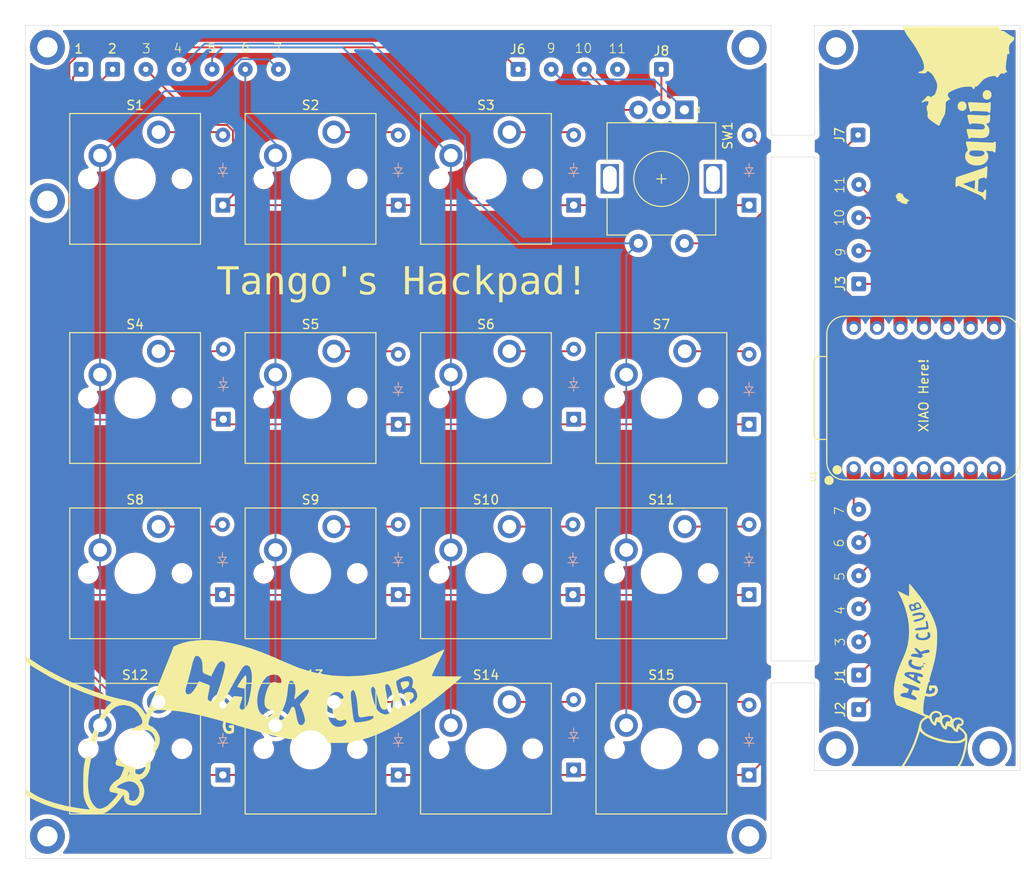
<source format=kicad_pcb>
(kicad_pcb (version 20240108) (generator "pcbnew") (generator_version "8.0")
  (layers (0 "F.Cu" signal) (31 "B.Cu" signal) (34 "B.Paste" user) (35 "F.Paste" user) (36 "B.SilkS" user "B.Silkscreen") (37 "F.SilkS" user "F.Silkscreen") (38 "B.Mask" user) (39 "F.Mask" user) (44 "Edge.Cuts" user))
  (net 0 "")
  (net 1 "Row 0")
  (net 2 "Net-(D1-A)")
  (net 3 "Net-(D2-A)")
  (net 4 "Net-(D3-A)")
  (net 5 "Net-(D4-A)")
  (net 6 "Row 1")
  (net 7 "Net-(D5-A)")
  (net 8 "Net-(D6-A)")
  (net 9 "Net-(D7-A)")
  (net 10 "Net-(D8-A)")
  (net 11 "Row 2")
  (net 12 "Net-(D9-A)")
  (net 13 "Net-(D10-A)")
  (net 14 "Net-(D11-A)")
  (net 15 "Net-(D12-A)")
  (net 16 "Column 0")
  (net 17 "Column 1")
  (net 18 "Column 2")
  (net 19 "Column 3")
  (net 20 "+5V")
  (net 22 "GND")
  (net 23 "Net-(D13-A)")
  (net 24 "Row 3")
  (net 25 "Net-(D14-A)")
  (net 26 "Net-(J1-Pin_5)")
  (net 27 "Net-(J1-Pin_4)")
  (net 28 "Net-(J1-Pin_6)")
  (net 29 "Net-(J1-Pin_3)")
  (net 30 "Net-(J1-Pin_2)")
  (net 31 "Net-(J1-Pin_1)")
  (net 32 "Net-(J2-Pin_1)")
  (net 33 "Net-(J3-Pin_1)")
  (net 34 "Net-(J3-Pin_3)")
  (net 35 "Net-(J3-Pin_4)")
  (net 36 "Net-(J3-Pin_2)")
  (net 37 "Net-(D15-A)")
  (net 38 "Encoder A")
  (net 39 "Encoder B")
  (net 40 "Net-(D16-A)")
  (net 41 "Net-(J7-Pin_1)")
  (net 42 "LED 0")
  (footprint "ScottoKeebs_MX:MX_PCB_1.00u" (layer "F.Cu") (at 81.8115 70.848)
    (property "Reference" "S4" (at 0 -8 0) (layer "F.SilkS"))
    (property "Value" "Keyswitch")
    (pad "" np_thru_hole circle (at -5.08 0) (size 1.75 1.75) (drill 1.75) (layers "*.Cu" "*.Mask"))
    (pad "" np_thru_hole circle (at 0 0) (size 4 4) (drill 4) (layers "*.Cu" "*.Mask"))
    (pad "" np_thru_hole circle (at 5.08 0) (size 1.75 1.75) (drill 1.75) (layers "*.Cu" "*.Mask"))
    (pad "1" thru_hole circle (at -3.81 -2.54) (size 2.5 2.5) (drill 1.5) (layers "*.Cu" "*.Mask") (net 16 "Column 0"))
    (pad "2" thru_hole circle (at 2.54 -5.08) (size 2.5 2.5) (drill 1.5) (layers "*.Cu" "*.Mask") (net 7 "Net-(D5-A)"))
  )
  (footprint "MountingHole:MountingHole_2.2mm_M2_DIN965_Pad" (layer "F.Cu") (at 157.94275 32.748 90)
    (property "Reference" "H10" (hide yes))
    (property "Value" "MountingHole")
    (pad "1" thru_hole circle (at 0 0 90) (size 3.8 3.8) (drill 2.2) (layers "*.Cu" "*.Mask"))
  )
  (footprint "ScottoKeebs_MX:MX_PCB_1.00u" (layer "F.Cu") (at 81.8115 89.898)
    (property "Reference" "S8" (at 0 -8 0) (layer "F.SilkS"))
    (property "Value" "Keyswitch")
    (pad "" np_thru_hole circle (at -5.08 0) (size 1.75 1.75) (drill 1.75) (layers "*.Cu" "*.Mask"))
    (pad "" np_thru_hole circle (at 0 0) (size 4 4) (drill 4) (layers "*.Cu" "*.Mask"))
    (pad "" np_thru_hole circle (at 5.08 0) (size 1.75 1.75) (drill 1.75) (layers "*.Cu" "*.Mask"))
    (pad "1" thru_hole circle (at -3.81 -2.54) (size 2.5 2.5) (drill 1.5) (layers "*.Cu" "*.Mask") (net 16 "Column 0"))
    (pad "2" thru_hole circle (at 2.54 -5.08) (size 2.5 2.5) (drill 1.5) (layers "*.Cu" "*.Mask") (net 12 "Net-(D9-A)"))
  )
  (footprint "Connector_Wire:SolderWire-0.1sqmm_1x06_P3.6mm_D0.4mm_OD1mm" (layer "F.Cu") (at 160.39275 100.948 90)
    (property "Reference" "J1" (at -0.11 -2.01 90) (layer "F.SilkS"))
    (property "Value" "Conn_01x06")
    (pad "1" thru_hole roundrect (at 0 0 90) (size 1.6 1.6) (drill 0.6) (layers "*.Cu" "*.Mask") (roundrect_rratio 0.15625) (net 31 "Net-(J1-Pin_1)"))
    (pad "2" thru_hole circle (at 3.6 0 90) (size 1.6 1.6) (drill 0.6) (layers "*.Cu" "*.Mask") (net 30 "Net-(J1-Pin_2)"))
    (pad "3" thru_hole circle (at 7.2 0 90) (size 1.6 1.6) (drill 0.6) (layers "*.Cu" "*.Mask") (net 29 "Net-(J1-Pin_3)"))
    (pad "4" thru_hole circle (at 10.8 0 90) (size 1.6 1.6) (drill 0.6) (layers "*.Cu" "*.Mask") (net 27 "Net-(J1-Pin_4)"))
    (pad "5" thru_hole circle (at 14.4 0 90) (size 1.6 1.6) (drill 0.6) (layers "*.Cu" "*.Mask") (net 26 "Net-(J1-Pin_5)"))
    (pad "6" thru_hole circle (at 18 0 90) (size 1.6 1.6) (drill 0.6) (layers "*.Cu" "*.Mask") (net 28 "Net-(J1-Pin_6)"))
  )
  (footprint "hackclub:aqui" (layer "F.Cu") (at 170.7615 40.4855 90)
    (property "Reference" "G***" (hide yes))
    (property "Value" "LOGO" (hide yes))
  )
  (footprint "ScottoKeebs_MX:MX_PCB_1.00u" (layer "F.Cu") (at 119.9115 89.898)
    (property "Reference" "S10" (at 0 -8 0) (layer "F.SilkS"))
    (property "Value" "Keyswitch")
    (pad "" np_thru_hole circle (at -5.08 0) (size 1.75 1.75) (drill 1.75) (layers "*.Cu" "*.Mask"))
    (pad "" np_thru_hole circle (at 0 0) (size 4 4) (drill 4) (layers "*.Cu" "*.Mask"))
    (pad "" np_thru_hole circle (at 5.08 0) (size 1.75 1.75) (drill 1.75) (layers "*.Cu" "*.Mask"))
    (pad "1" thru_hole circle (at -3.81 -2.54) (size 2.5 2.5) (drill 1.5) (layers "*.Cu" "*.Mask") (net 18 "Column 2"))
    (pad "2" thru_hole circle (at 2.54 -5.08) (size 2.5 2.5) (drill 1.5) (layers "*.Cu" "*.Mask") (net 14 "Net-(D11-A)"))
  )
  (footprint "Connector_Wire:SolderWire-0.1sqmm_1x04_P3.6mm_D0.4mm_OD1mm" (layer "F.Cu") (at 123.399 35.12925)
    (property "Reference" "J6" (at -0.0425 -2.17625 0) (layer "F.SilkS"))
    (property "Value" "Conn_01x04")
    (pad "1" thru_hole roundrect (at 0 0) (size 1.6 1.6) (drill 0.6) (layers "*.Cu" "*.Mask") (roundrect_rratio 0.15625) (net 24 "Row 3"))
    (pad "2" thru_hole circle (at 3.6 0) (size 1.6 1.6) (drill 0.6) (layers "*.Cu" "*.Mask") (net 38 "Encoder A"))
    (pad "3" thru_hole circle (at 7.2 0) (size 1.6 1.6) (drill 0.6) (layers "*.Cu" "*.Mask") (net 39 "Encoder B"))
    (pad "4" thru_hole circle (at 10.8 0) (size 1.6 1.6) (drill 0.6) (layers "*.Cu" "*.Mask") (net 42 "LED 0"))
  )
  (footprint "ScottoKeebs_MX:MX_PCB_1.00u" (layer "F.Cu") (at 100.8615 47.0355)
    (property "Reference" "S2" (at 0 -8 0) (layer "F.SilkS"))
    (property "Value" "Keyswitch")
    (pad "" np_thru_hole circle (at -5.08 0) (size 1.75 1.75) (drill 1.75) (layers "*.Cu" "*.Mask"))
    (pad "" np_thru_hole circle (at 0 0) (size 4 4) (drill 4) (layers "*.Cu" "*.Mask"))
    (pad "" np_thru_hole circle (at 5.08 0) (size 1.75 1.75) (drill 1.75) (layers "*.Cu" "*.Mask"))
    (pad "1" thru_hole circle (at -3.81 -2.54) (size 2.5 2.5) (drill 1.5) (layers "*.Cu" "*.Mask") (net 17 "Column 1"))
    (pad "2" thru_hole circle (at 2.54 -5.08) (size 2.5 2.5) (drill 1.5) (layers "*.Cu" "*.Mask") (net 3 "Net-(D2-A)"))
  )
  (footprint "ScottoKeebs_MX:MX_PCB_1.00u" (layer "F.Cu") (at 81.8115 47.0355)
    (property "Reference" "S1" (at 0 -8 0) (layer "F.SilkS"))
    (property "Value" "Keyswitch")
    (pad "" np_thru_hole circle (at -5.08 0) (size 1.75 1.75) (drill 1.75) (layers "*.Cu" "*.Mask"))
    (pad "" np_thru_hole circle (at 0 0) (size 4 4) (drill 4) (layers "*.Cu" "*.Mask"))
    (pad "" np_thru_hole circle (at 5.08 0) (size 1.75 1.75) (drill 1.75) (layers "*.Cu" "*.Mask"))
    (pad "1" thru_hole circle (at -3.81 -2.54) (size 2.5 2.5) (drill 1.5) (layers "*.Cu" "*.Mask") (net 16 "Column 0"))
    (pad "2" thru_hole circle (at 2.54 -5.08) (size 2.5 2.5) (drill 1.5) (layers "*.Cu" "*.Mask") (net 2 "Net-(D1-A)"))
  )
  (footprint "ScottoKeebs_MX:MX_PCB_1.00u" (layer "F.Cu") (at 138.9615 89.898)
    (property "Reference" "S11" (at 0 -8 0) (layer "F.SilkS"))
    (property "Value" "Keyswitch")
    (pad "" np_thru_hole circle (at -5.08 0) (size 1.75 1.75) (drill 1.75) (layers "*.Cu" "*.Mask"))
    (pad "" np_thru_hole circle (at 0 0) (size 4 4) (drill 4) (layers "*.Cu" "*.Mask"))
    (pad "" np_thru_hole circle (at 5.08 0) (size 1.75 1.75) (drill 1.75) (layers "*.Cu" "*.Mask"))
    (pad "1" thru_hole circle (at -3.81 -2.54) (size 2.5 2.5) (drill 1.5) (layers "*.Cu" "*.Mask") (net 19 "Column 3"))
    (pad "2" thru_hole circle (at 2.54 -5.08) (size 2.5 2.5) (drill 1.5) (layers "*.Cu" "*.Mask") (net 15 "Net-(D12-A)"))
  )
  (footprint "Connector_Wire:SolderWire-0.1sqmm_1x06_P3.6mm_D0.4mm_OD1mm" (layer "F.Cu") (at 79.374 35.12925)
    (property "Reference" "J4" (hide yes))
    (property "Value" "Conn_01x06")
    (pad "1" thru_hole roundrect (at 0 0) (size 1.6 1.6) (drill 0.6) (layers "*.Cu" "*.Mask") (roundrect_rratio 0.15625) (net 6 "Row 1"))
    (pad "2" thru_hole circle (at 3.6 0) (size 1.6 1.6) (drill 0.6) (layers "*.Cu" "*.Mask") (net 1 "Row 0"))
    (pad "3" thru_hole circle (at 7.2 0) (size 1.6 1.6) (drill 0.6) (layers "*.Cu" "*.Mask") (net 19 "Column 3"))
    (pad "4" thru_hole circle (at 10.8 0) (size 1.6 1.6) (drill 0.6) (layers "*.Cu" "*.Mask") (net 18 "Column 2"))
    (pad "5" thru_hole circle (at 14.4 0) (size 1.6 1.6) (drill 0.6) (layers "*.Cu" "*.Mask") (net 17 "Column 1"))
    (pad "6" thru_hole circle (at 18 0) (size 1.6 1.6) (drill 0.6) (layers "*.Cu" "*.Mask") (net 16 "Column 0"))
  )
  (footprint "Connector_Wire:SolderWire-0.1sqmm_1x01_D0.4mm_OD1mm" (layer "F.Cu") (at 160.324 42.273 90)
    (property "Reference" "J7" (at 0 -2 90) (layer "F.SilkS"))
    (property "Value" "Conn_01x01")
    (pad "1" thru_hole roundrect (at 0 0 90) (size 1.6 1.6) (drill 0.6) (layers "*.Cu" "*.Mask") (roundrect_rratio 0.15625) (net 41 "Net-(J7-Pin_1)"))
  )
  (footprint "MountingHole:MountingHole_2.2mm_M2_DIN965_Pad" (layer "F.Cu") (at 72.2865 32.748)
    (property "Reference" "H1" (hide yes))
    (property "Value" "MountingHole")
    (pad "1" thru_hole circle (at 0 0) (size 3.8 3.8) (drill 2.2) (layers "*.Cu" "*.Mask"))
  )
  (footprint "Seeed Studio XIAO Series Library:XIAO-RP2040-DIP" (layer "F.Cu") (at 167.46775 70.848 90)
    (property "Reference" "U1" (at -8.5 -12 90) (layer "F.SilkS") (effects (font (size 0.635 0.635) (thickness 0.1016))))
    (property "Value" "XIAO-RP2040-DIP")
    (pad "1" smd roundrect (at -8.455 -7.62 270) (size 2.432 1.524) (layers "F.Cu" "F.Mask") (roundrect_rratio 0.1) (net 28 "Net-(J1-Pin_6)"))
    (pad "1" thru_hole circle (at -7.62 -7.62 270) (size 1.524 1.524) (drill 0.889) (layers "*.Cu" "*.Mask") (net 28 "Net-(J1-Pin_6)"))
    (pad "2" smd roundrect (at -8.455 -5.08 270) (size 2.432 1.524) (layers "F.Cu" "F.Mask") (roundrect_rratio 0.1) (net 26 "Net-(J1-Pin_5)"))
    (pad "2" thru_hole circle (at -7.62 -5.08 270) (size 1.524 1.524) (drill 0.889) (layers "*.Cu" "*.Mask") (net 26 "Net-(J1-Pin_5)"))
    (pad "3" smd roundrect (at -8.455 -2.54 270) (size 2.432 1.524) (layers "F.Cu" "F.Mask") (roundrect_rratio 0.1) (net 27 "Net-(J1-Pin_4)"))
    (pad "3" thru_hole circle (at -7.62 -2.54 270) (size 1.524 1.524) (drill 0.889) (layers "*.Cu" "*.Mask") (net 27 "Net-(J1-Pin_4)"))
    (pad "4" smd roundrect (at -8.455 0 270) (size 2.432 1.524) (layers "F.Cu" "F.Mask") (roundrect_rratio 0.1) (net 29 "Net-(J1-Pin_3)"))
    (pad "4" thru_hole circle (at -7.62 0 270) (size 1.524 1.524) (drill 0.889) (layers "*.Cu" "*.Mask") (net 29 "Net-(J1-Pin_3)"))
    (pad "5" smd roundrect (at -8.455 2.54 270) (size 2.432 1.524) (layers "F.Cu" "F.Mask") (roundrect_rratio 0.1) (net 30 "Net-(J1-Pin_2)"))
    (pad "5" thru_hole circle (at -7.62 2.54 270) (size 1.524 1.524) (drill 0.889) (layers "*.Cu" "*.Mask") (net 30 "Net-(J1-Pin_2)"))
    (pad "6" smd roundrect (at -8.455 5.08 270) (size 2.432 1.524) (layers "F.Cu" "F.Mask") (roundrect_rratio 0.1) (net 31 "Net-(J1-Pin_1)"))
    (pad "6" thru_hole circle (at -7.62 5.08 270) (size 1.524 1.524) (drill 0.889) (layers "*.Cu" "*.Mask") (net 31 "Net-(J1-Pin_1)"))
    (pad "7" smd roundrect (at -8.455 7.62 270) (size 2.432 1.524) (layers "F.Cu" "F.Mask") (roundrect_rratio 0.1) (net 32 "Net-(J2-Pin_1)"))
    (pad "7" thru_hole circle (at -7.62 7.62 270) (size 1.524 1.524) (drill 0.889) (layers "*.Cu" "*.Mask") (net 32 "Net-(J2-Pin_1)"))
    (pad "8" thru_hole circle (at 7.62 7.62 90) (size 1.524 1.524) (drill 0.889) (layers "*.Cu" "*.Mask") (net 35 "Net-(J3-Pin_4)"))
    (pad "8" smd roundrect (at 8.455 7.62 90) (size 2.432 1.524) (layers "F.Cu" "F.Mask") (roundrect_rratio 0.1) (net 35 "Net-(J3-Pin_4)"))
    (pad "9" thru_hole circle (at 7.62 5.08 90) (size 1.524 1.524) (drill 0.889) (layers "*.Cu" "*.Mask") (net 34 "Net-(J3-Pin_3)"))
    (pad "9" smd roundrect (at 8.455 5.08 90) (size 2.432 1.524) (layers "F.Cu" "F.Mask") (roundrect_rratio 0.1) (net 34 "Net-(J3-Pin_3)"))
    (pad "10" thru_hole circle (at 7.62 2.54 90) (size 1.524 1.524) (drill 0.889) (layers "*.Cu" "*.Mask") (net 36 "Net-(J3-Pin_2)"))
    (pad "10" smd roundrect (at 8.455 2.54 90) (size 2.432 1.524) (layers "F.Cu" "F.Mask") (roundrect_rratio 0.1) (net 36 "Net-(J3-Pin_2)"))
    (pad "11" thru_hole circle (at 7.62 0 90) (size 1.524 1.524) (drill 0.889) (layers "*.Cu" "*.Mask") (net 33 "Net-(J3-Pin_1)"))
    (pad "11" smd roundrect (at 8.455 0 90) (size 2.432 1.524) (layers "F.Cu" "F.Mask") (roundrect_rratio 0.1) (net 33 "Net-(J3-Pin_1)"))
    (pad "12" thru_hole circle (at 7.62 -2.54 90) (size 1.524 1.524) (drill 0.889) (layers "*.Cu" "*.Mask"))
    (pad "12" smd roundrect (at 8.455 -2.54 90) (size 2.432 1.524) (layers "F.Cu" "F.Mask") (roundrect_rratio 0.1))
    (pad "13" thru_hole circle (at 7.62 -5.08 90) (size 1.524 1.524) (drill 0.889) (layers "*.Cu" "*.Mask") (net 41 "Net-(J7-Pin_1)"))
    (pad "13" smd roundrect (at 8.455 -5.08 90) (size 2.432 1.524) (layers "F.Cu" "F.Mask") (roundrect_rratio 0.1) (net 41 "Net-(J7-Pin_1)"))
    (pad "14" thru_hole circle (at 7.62 -7.62 90) (size 1.524 1.524) (drill 0.889) (layers "*.Cu" "*.Mask") (net 20 "+5V"))
    (pad "14" smd roundrect (at 8.455 -7.62 90) (size 2.432 1.524) (layers "F.Cu" "F.Mask") (roundrect_rratio 0.1) (net 20 "+5V"))
  )
  (footprint "ScottoKeebs_MX:MX_PCB_1.00u" (layer "F.Cu") (at 138.9615 70.848)
    (property "Reference" "S7" (at 0 -8 0) (layer "F.SilkS"))
    (property "Value" "Keyswitch")
    (pad "" np_thru_hole circle (at -5.08 0) (size 1.75 1.75) (drill 1.75) (layers "*.Cu" "*.Mask"))
    (pad "" np_thru_hole circle (at 0 0) (size 4 4) (drill 4) (layers "*.Cu" "*.Mask"))
    (pad "" np_thru_hole circle (at 5.08 0) (size 1.75 1.75) (drill 1.75) (layers "*.Cu" "*.Mask"))
    (pad "1" thru_hole circle (at -3.81 -2.54) (size 2.5 2.5) (drill 1.5) (layers "*.Cu" "*.Mask") (net 19 "Column 3"))
    (pad "2" thru_hole circle (at 2.54 -5.08) (size 2.5 2.5) (drill 1.5) (layers "*.Cu" "*.Mask") (net 10 "Net-(D8-A)"))
  )
  (footprint "MountingHole:MountingHole_2.2mm_M2_DIN965_Pad" (layer "F.Cu") (at 148.4865 118.473)
    (property "Reference" "H3" (hide yes))
    (property "Value" "MountingHole")
    (pad "1" thru_hole circle (at 0 0) (size 3.8 3.8) (drill 2.2) (layers "*.Cu" "*.Mask"))
  )
  (footprint "Rotary_Encoders:RotaryEncoder_Alps_EC11E-Switch_Vertical_H20mm" (layer "F.Cu") (at 141.4615 39.5355 -90)
    (property "Reference" "SW1" (at 2.8 -4.7 90) (layer "F.SilkS"))
    (property "Value" "RotaryEncoder_Switch")
    (pad "A" thru_hole rect (at 0 0 270) (size 2 2) (drill 1) (layers "*.Cu" "*.Mask") (net 38 "Encoder A"))
    (pad "B" thru_hole circle (at 0 5 270) (size 2 2) (drill 1) (layers "*.Cu" "*.Mask") (net 39 "Encoder B"))
    (pad "C" thru_hole circle (at 0 2.5 270) (size 2 2) (drill 1) (layers "*.Cu" "*.Mask") (net 22 "GND"))
    (pad "MP" thru_hole rect (at 7.5 -3.1 270) (size 3.2 2) (drill oval 2.8 1.5) (layers "*.Cu" "*.Mask"))
    (pad "MP" thru_hole rect (at 7.5 8.1 270) (size 3.2 2) (drill oval 2.8 1.5) (layers "*.Cu" "*.Mask"))
    (pad "S1" thru_hole circle (at 14.5 5 270) (size 2 2) (drill 1) (layers "*.Cu" "*.Mask") (net 19 "Column 3"))
    (pad "S2" thru_hole circle (at 14.5 0 270) (size 2 2) (drill 1) (layers "*.Cu" "*.Mask") (net 5 "Net-(D4-A)"))
  )
  (footprint "hackclub:Flag Small" (layer "F.Cu") (at 168.1465 100.973 90)
    (property "Reference" "G***" (at 0 0 90) (layer "F.SilkS") (effects (font (size 1.5 1.5) (thickness 0.3))))
    (property "Value" "LOGO" (hide yes))
  )
  (footprint "ScottoKeebs_MX:MX_PCB_1.00u" (layer "F.Cu") (at 119.9115 47.0355)
    (property "Reference" "S3" (at 0 -8 0) (layer "F.SilkS"))
    (property "Value" "Keyswitch")
    (pad "" np_thru_hole circle (at -5.08 0) (size 1.75 1.75) (drill 1.75) (layers "*.Cu" "*.Mask"))
    (pad "" np_thru_hole circle (at 0 0) (size 4 4) (drill 4) (layers "*.Cu" "*.Mask"))
    (pad "" np_thru_hole circle (at 5.08 0) (size 1.75 1.75) (drill 1.75) (layers "*.Cu" "*.Mask"))
    (pad "1" thru_hole circle (at -3.81 -2.54) (size 2.5 2.5) (drill 1.5) (layers "*.Cu" "*.Mask") (net 18 "Column 2"))
    (pad "2" thru_hole circle (at 2.54 -5.08) (size 2.5 2.5) (drill 1.5) (layers "*.Cu" "*.Mask") (net 4 "Net-(D3-A)"))
  )
  (footprint "MountingHole:MountingHole_2.2mm_M2_DIN965_Pad" (layer "F.Cu") (at 174.6115 108.948 90)
    (property "Reference" "H8" (hide yes))
    (property "Value" "MountingHole")
    (pad "1" thru_hole circle (at 0 0 90) (size 3.8 3.8) (drill 2.2) (layers "*.Cu" "*.Mask"))
  )
  (footprint "ScottoKeebs_MX:MX_PCB_1.00u" (layer "F.Cu") (at 138.9615 108.948)
    (property "Reference" "S15" (at 0 -8 0) (layer "F.SilkS"))
    (property "Value" "Keyswitch")
    (pad "" np_thru_hole circle (at -5.08 0) (size 1.75 1.75) (drill 1.75) (layers "*.Cu" "*.Mask"))
    (pad "" np_thru_hole circle (at 0 0) (size 4 4) (drill 4) (layers "*.Cu" "*.Mask"))
    (pad "" np_thru_hole circle (at 5.08 0) (size 1.75 1.75) (drill 1.75) (layers "*.Cu" "*.Mask"))
    (pad "1" thru_hole circle (at -3.81 -2.54) (size 2.5 2.5) (drill 1.5) (layers "*.Cu" "*.Mask") (net 19 "Column 3"))
    (pad "2" thru_hole circle (at 2.54 -5.08) (size 2.5 2.5) (drill 1.5) (layers "*.Cu" "*.Mask") (net 40 "Net-(D16-A)"))
  )
  (footprint "Connector_Wire:SolderWire-0.1sqmm_1x01_D0.4mm_OD1mm" (layer "F.Cu") (at 75.94275 35.12925)
    (property "Reference" "J5" (hide yes))
    (property "Value" "Conn_01x01")
    (pad "1" thru_hole roundrect (at 0 0) (size 1.6 1.6) (drill 0.6) (layers "*.Cu" "*.Mask") (roundrect_rratio 0.15625) (net 11 "Row 2"))
  )
  (footprint "ScottoKeebs_MX:MX_PCB_1.00u" (layer "F.Cu") (at 81.8115 108.948)
    (property "Reference" "S12" (at 0 -8 0) (layer "F.SilkS"))
    (property "Value" "Keyswitch")
    (pad "" np_thru_hole circle (at -5.08 0) (size 1.75 1.75) (drill 1.75) (layers "*.Cu" "*.Mask"))
    (pad "" np_thru_hole circle (at 0 0) (size 4 4) (drill 4) (layers "*.Cu" "*.Mask"))
    (pad "" np_thru_hole circle (at 5.08 0) (size 1.75 1.75) (drill 1.75) (layers "*.Cu" "*.Mask"))
    (pad "1" thru_hole circle (at -3.81 -2.54) (size 2.5 2.5) (drill 1.5) (layers "*.Cu" "*.Mask") (net 16 "Column 0"))
    (pad "2" thru_hole circle (at 2.54 -5.08) (size 2.5 2.5) (drill 1.5) (layers "*.Cu" "*.Mask") (net 23 "Net-(D13-A)"))
  )
  (footprint "MountingHole:MountingHole_2.2mm_M2_DIN965_Pad" (layer "F.Cu") (at 157.94275 108.948 90)
    (property "Reference" "H6" (hide yes))
    (property "Value" "MountingHole")
    (pad "1" thru_hole circle (at 0 0 90) (size 3.8 3.8) (drill 2.2) (layers "*.Cu" "*.Mask"))
  )
  (footprint "Connector_Wire:SolderWire-0.1sqmm_1x04_P3.6mm_D0.4mm_OD1mm" (layer "F.Cu") (at 160.39275 58.448 90)
    (property "Reference" "J3" (at 0.01 -1.99 90) (layer "F.SilkS"))
    (property "Value" "Conn_01x04")
    (pad "1" thru_hole roundrect (at 0 0 90) (size 1.6 1.6) (drill 0.6) (layers "*.Cu" "*.Mask") (roundrect_rratio 0.15625) (net 33 "Net-(J3-Pin_1)"))
    (pad "2" thru_hole circle (at 3.6 0 90) (size 1.6 1.6) (drill 0.6) (layers "*.Cu" "*.Mask") (net 36 "Net-(J3-Pin_2)"))
    (pad "3" thru_hole circle (at 7.2 0 90) (size 1.6 1.6) (drill 0.6) (layers "*.Cu" "*.Mask") (net 34 "Net-(J3-Pin_3)"))
    (pad "4" thru_hole circle (at 10.8 0 90) (size 1.6 1.6) (drill 0.6) (layers "*.Cu" "*.Mask") (net 35 "Net-(J3-Pin_4)"))
  )
  (footprint "MountingHole:MountingHole_2.2mm_M2_DIN965_Pad" (layer "F.Cu") (at 72.2865 118.473)
    (property "Reference" "H2" (hide yes))
    (property "Value" "MountingHole")
    (pad "1" thru_hole circle (at 0 0) (size 3.8 3.8) (drill 2.2) (layers "*.Cu" "*.Mask"))
  )
  (footprint "Connector_Wire:SolderWire-0.1sqmm_1x01_D0.4mm_OD1mm" (layer "F.Cu") (at 160.39275 104.698 90)
    (property "Reference" "J2" (at 0 -2 90) (layer "F.SilkS"))
    (property "Value" "Conn_01x01")
    (pad "1" thru_hole roundrect (at 0 0 90) (size 1.6 1.6) (drill 0.6) (layers "*.Cu" "*.Mask") (roundrect_rratio 0.15625) (net 32 "Net-(J2-Pin_1)"))
  )
  (footprint "ScottoKeebs_MX:MX_PCB_1.00u" (layer "F.Cu") (at 119.9115 70.848)
    (property "Reference" "S6" (at 0 -8 0) (layer "F.SilkS"))
    (property "Value" "Keyswitch")
    (pad "" np_thru_hole circle (at -5.08 0) (size 1.75 1.75) (drill 1.75) (layers "*.Cu" "*.Mask"))
    (pad "" np_thru_hole circle (at 0 0) (size 4 4) (drill 4) (layers "*.Cu" "*.Mask"))
    (pad "" np_thru_hole circle (at 5.08 0) (size 1.75 1.75) (drill 1.75) (layers "*.Cu" "*.Mask"))
    (pad "1" thru_hole circle (at -3.81 -2.54) (size 2.5 2.5) (drill 1.5) (layers "*.Cu" "*.Mask") (net 18 "Column 2"))
    (pad "2" thru_hole circle (at 2.54 -5.08) (size 2.5 2.5) (drill 1.5) (layers "*.Cu" "*.Mask") (net 9 "Net-(D7-A)"))
  )
  (footprint "hackclub:Flag" (layer "F.Cu") (at 93.6565 106.513)
    (property "Reference" "G***" (at 0 0 0) (layer "F.SilkS") (effects (font (size 1.5 1.5) (thickness 0.3))))
    (property "Value" "LOGO" (hide yes))
  )
  (footprint "ScottoKeebs_MX:MX_PCB_1.00u" (layer "F.Cu") (at 119.9115 108.948)
    (property "Reference" "S14" (at 0 -8 0) (layer "F.SilkS"))
    (property "Value" "Keyswitch")
    (pad "" np_thru_hole circle (at -5.08 0) (size 1.75 1.75) (drill 1.75) (layers "*.Cu" "*.Mask"))
    (pad "" np_thru_hole circle (at 0 0) (size 4 4) (drill 4) (layers "*.Cu" "*.Mask"))
    (pad "" np_thru_hole circle (at 5.08 0) (size 1.75 1.75) (drill 1.75) (layers "*.Cu" "*.Mask"))
    (pad "1" thru_hole circle (at -3.81 -2.54) (size 2.5 2.5) (drill 1.5) (layers "*.Cu" "*.Mask") (net 18 "Column 2"))
    (pad "2" thru_hole circle (at 2.54 -5.08) (size 2.5 2.5) (drill 1.5) (layers "*.Cu" "*.Mask") (net 37 "Net-(D15-A)"))
  )
  (footprint "ScottoKeebs_MX:MX_PCB_1.00u" (layer "F.Cu") (at 100.8615 70.848)
    (property "Reference" "S5" (at 0 -8 0) (layer "F.SilkS"))
    (property "Value" "Keyswitch")
    (pad "" np_thru_hole circle (at -5.08 0) (size 1.75 1.75) (drill 1.75) (layers "*.Cu" "*.Mask"))
    (pad "" np_thru_hole circle (at 0 0) (size 4 4) (drill 4) (layers "*.Cu" "*.Mask"))
    (pad "" np_thru_hole circle (at 5.08 0) (size 1.75 1.75) (drill 1.75) (layers "*.Cu" "*.Mask"))
    (pad "1" thru_hole circle (at -3.81 -2.54) (size 2.5 2.5) (drill 1.5) (layers "*.Cu" "*.Mask") (net 17 "Column 1"))
    (pad "2" thru_hole circle (at 2.54 -5.08) (size 2.5 2.5) (drill 1.5) (layers "*.Cu" "*.Mask") (net 8 "Net-(D6-A)"))
  )
  (footprint "Connector_Wire:SolderWire-0.1sqmm_1x01_D0.4mm_OD1mm" (layer "F.Cu") (at 138.9615 35.12925)
    (property "Reference" "J8" (at 0 -2 0) (layer "F.SilkS"))
    (property "Value" "Conn_01x01")
    (pad "1" thru_hole roundrect (at 0 0) (size 1.6 1.6) (drill 0.6) (layers "*.Cu" "*.Mask") (roundrect_rratio 0.15625) (net 22 "GND"))
  )
  (footprint "MountingHole:MountingHole_2.2mm_M2_DIN965_Pad" (layer "F.Cu") (at 148.4865 32.748)
    (property "Reference" "H4" (hide yes))
    (property "Value" "MountingHole")
    (pad "1" thru_hole circle (at 0 0) (size 3.8 3.8) (drill 2.2) (layers "*.Cu" "*.Mask"))
  )
  (footprint "ScottoKeebs_MX:MX_PCB_1.00u" (layer "F.Cu") (at 100.8615 108.948)
    (property "Reference" "S13" (at 0 -8 0) (layer "F.SilkS"))
    (property "Value" "Keyswitch")
    (pad "" np_thru_hole circle (at -5.08 0) (size 1.75 1.75) (drill 1.75) (layers "*.Cu" "*.Mask"))
    (pad "" np_thru_hole circle (at 0 0) (size 4 4) (drill 4) (layers "*.Cu" "*.Mask"))
    (pad "" np_thru_hole circle (at 5.08 0) (size 1.75 1.75) (drill 1.75) (layers "*.Cu" "*.Mask"))
    (pad "1" thru_hole circle (at -3.81 -2.54) (size 2.5 2.5) (drill 1.5) (layers "*.Cu" "*.Mask") (net 17 "Column 1"))
    (pad "2" thru_hole circle (at 2.54 -5.08) (size 2.5 2.5) (drill 1.5) (layers "*.Cu" "*.Mask") (net 25 "Net-(D14-A)"))
  )
  (footprint "MountingHole:MountingHole_2.2mm_M2_DIN965_Pad" (layer "F.Cu") (at 72.2865 49.41675)
    (property "Reference" "H5" (hide yes))
    (property "Value" "MountingHole")
    (pad "1" thru_hole circle (at 0 0) (size 3.8 3.8) (drill 2.2) (layers "*.Cu" "*.Mask"))
  )
  (footprint "ScottoKeebs_MX:MX_PCB_1.00u" (layer "F.Cu") (at 100.8615 89.898)
    (property "Reference" "S9" (at 0 -8 0) (layer "F.SilkS"))
    (property "Value" "Keyswitch")
    (pad "" np_thru_hole circle (at -5.08 0) (size 1.75 1.75) (drill 1.75) (layers "*.Cu" "*.Mask"))
    (pad "" np_thru_hole circle (at 0 0) (size 4 4) (drill 4) (layers "*.Cu" "*.Mask"))
    (pad "" np_thru_hole circle (at 5.08 0) (size 1.75 1.75) (drill 1.75) (layers "*.Cu" "*.Mask"))
    (pad "1" thru_hole circle (at -3.81 -2.54) (size 2.5 2.5) (drill 1.5) (layers "*.Cu" "*.Mask") (net 17 "Column 1"))
    (pad "2" thru_hole circle (at 2.54 -5.08) (size 2.5 2.5) (drill 1.5) (layers "*.Cu" "*.Mask") (net 13 "Net-(D10-A)"))
  )
  (footprint "ScottoKeebs_Components:Diode_DO-35" (layer "B.Cu") (at 129.4405 73.15425 90)
    (property "Reference" "D7" (hide yes))
    (property "Value" "Diode" (hide yes))
    (pad "1" thru_hole rect (at 0 0 90) (size 1.6 1.6) (drill 0.8) (layers "*.Cu" "*.Mask") (net 6 "Row 1"))
    (pad "2" thru_hole oval (at 7.62 0 90) (size 1.6 1.6) (drill 0.8) (layers "*.Cu" "*.Mask") (net 9 "Net-(D7-A)"))
  )
  (footprint "ScottoKeebs_Components:Diode_DO-35" (layer "B.Cu") (at 110.3865 73.7055 90)
    (property "Reference" "D6" (hide yes))
    (property "Value" "Diode" (hide yes))
    (pad "1" thru_hole rect (at 0 0 90) (size 1.6 1.6) (drill 0.8) (layers "*.Cu" "*.Mask") (net 6 "Row 1"))
    (pad "2" thru_hole oval (at 7.62 0 90) (size 1.6 1.6) (drill 0.8) (layers "*.Cu" "*.Mask") (net 8 "Net-(D6-A)"))
  )
  (footprint "ScottoKeebs_Components:Diode_DO-35" (layer "B.Cu") (at 148.4865 49.893 90)
    (property "Reference" "D4" (hide yes))
    (property "Value" "Diode" (hide yes))
    (pad "1" thru_hole rect (at 0 0 90) (size 1.6 1.6) (drill 0.8) (layers "*.Cu" "*.Mask") (net 1 "Row 0"))
    (pad "2" thru_hole oval (at 7.62 0 90) (size 1.6 1.6) (drill 0.8) (layers "*.Cu" "*.Mask") (net 5 "Net-(D4-A)"))
  )
  (footprint "ScottoKeebs_Components:Diode_DO-35" (layer "B.Cu") (at 110.3865 111.8055 90)
    (property "Reference" "D14" (hide yes))
    (property "Value" "Diode" (hide yes))
    (pad "1" thru_hole rect (at 0 0 90) (size 1.6 1.6) (drill 0.8) (layers "*.Cu" "*.Mask") (net 24 "Row 3"))
    (pad "2" thru_hole oval (at 7.62 0 90) (size 1.6 1.6) (drill 0.8) (layers "*.Cu" "*.Mask") (net 25 "Net-(D14-A)"))
  )
  (footprint "ScottoKeebs_Components:Diode_DO-35" (layer "B.Cu") (at 91.3365 49.893 90)
    (property "Reference" "D1" (hide yes))
    (property "Value" "Diode" (hide yes))
    (pad "1" thru_hole rect (at 0 0 90) (size 1.6 1.6) (drill 0.8) (layers "*.Cu" "*.Mask") (net 1 "Row 0"))
    (pad "2" thru_hole oval (at 7.62 0 90) (size 1.6 1.6) (drill 0.8) (layers "*.Cu" "*.Mask") (net 2 "Net-(D1-A)"))
  )
  (footprint "ScottoKeebs_Components:Diode_DO-35" (layer "B.Cu") (at 148.4865 73.7055 90)
    (property "Reference" "D8" (hide yes))
    (property "Value" "Diode" (hide yes))
    (pad "1" thru_hole rect (at 0 0 90) (size 1.6 1.6) (drill 0.8) (layers "*.Cu" "*.Mask") (net 6 "Row 1"))
    (pad "2" thru_hole oval (at 7.62 0 90) (size 1.6 1.6) (drill 0.8) (layers "*.Cu" "*.Mask") (net 10 "Net-(D8-A)"))
  )
  (footprint "ScottoKeebs_Components:Diode_DO-35" (layer "B.Cu") (at 129.353 92.20425 90)
    (property "Reference" "D11" (hide yes))
    (property "Value" "Diode" (hide yes))
    (pad "1" thru_hole rect (at 0 0 90) (size 1.6 1.6) (drill 0.8) (layers "*.Cu" "*.Mask") (net 11 "Row 2"))
    (pad "2" thru_hole oval (at 7.62 0 90) (size 1.6 1.6) (drill 0.8) (layers "*.Cu" "*.Mask") (net 14 "Net-(D11-A)"))
  )
  (footprint "ScottoKeebs_Components:Diode_DO-35" (layer "B.Cu") (at 110.3865 49.893 90)
    (property "Reference" "D2" (hide yes))
    (property "Value" "Diode" (hide yes))
    (pad "1" thru_hole rect (at 0 0 90) (size 1.6 1.6) (drill 0.8) (layers "*.Cu" "*.Mask") (net 1 "Row 0"))
    (pad "2" thru_hole oval (at 7.62 0 90) (size 1.6 1.6) (drill 0.8) (layers "*.Cu" "*.Mask") (net 3 "Net-(D2-A)"))
  )
  (footprint "ScottoKeebs_Components:Diode_DO-35" (layer "B.Cu") (at 91.38425 73.15425 90)
    (property "Reference" "D5" (hide yes))
    (property "Value" "Diode" (hide yes))
    (pad "1" thru_hole rect (at 0 0 90) (size 1.6 1.6) (drill 0.8) (layers "*.Cu" "*.Mask") (net 6 "Row 1"))
    (pad "2" thru_hole oval (at 7.62 0 90) (size 1.6 1.6) (drill 0.8) (layers "*.Cu" "*.Mask") (net 7 "Net-(D5-A)"))
  )
  (footprint "ScottoKeebs_Components:Diode_DO-35" (layer "B.Cu") (at 148.4865 111.8055 90)
    (property "Reference" "D16" (hide yes))
    (property "Value" "Diode" (hide yes))
    (pad "1" thru_hole rect (at 0 0 90) (size 1.6 1.6) (drill 0.8) (layers "*.Cu" "*.Mask") (net 24 "Row 3"))
    (pad "2" thru_hole oval (at 7.62 0 90) (size 1.6 1.6) (drill 0.8) (layers "*.Cu" "*.Mask") (net 40 "Net-(D16-A)"))
  )
  (footprint "ScottoKeebs_Components:Diode_DO-35" (layer "B.Cu") (at 91.3365 111.8055 90)
    (property "Reference" "D13" (hide yes))
    (property "Value" "Diode" (hide yes))
    (pad "1" thru_hole rect (at 0 0 90) (size 1.6 1.6) (drill 0.8) (layers "*.Cu" "*.Mask") (net 24 "Row 3"))
    (pad "2" thru_hole oval (at 7.62 0 90) (size 1.6 1.6) (drill 0.8) (layers "*.Cu" "*.Mask") (net 23 "Net-(D13-A)"))
  )
  (footprint "ScottoKeebs_Components:Diode_DO-35" (layer "B.Cu") (at 129.4365 111.25425 90)
    (property "Reference" "D15" (hide yes))
    (property "Value" "Diode" (hide yes))
    (pad "1" thru_hole rect (at 0 0 90) (size 1.6 1.6) (drill 0.8) (layers "*.Cu" "*.Mask") (net 24 "Row 3"))
    (pad "2" thru_hole oval (at 7.62 0 90) (size 1.6 1.6) (drill 0.8) (layers "*.Cu" "*.Mask") (net 37 "Net-(D15-A)"))
  )
  (footprint "ScottoKeebs_Components:Diode_DO-35" (layer "B.Cu") (at 129.4365 49.893 90)
    (property "Reference" "D3" (hide yes))
    (property "Value" "Diode" (hide yes))
    (pad "1" thru_hole rect (at 0 0 90) (size 1.6 1.6) (drill 0.8) (layers "*.Cu" "*.Mask") (net 1 "Row 0"))
    (pad "2" thru_hole oval (at 7.62 0 90) (size 1.6 1.6) (drill 0.8) (layers "*.Cu" "*.Mask") (net 4 "Net-(D3-A)"))
  )
  (footprint "ScottoKeebs_Components:Diode_DO-35" (layer "B.Cu") (at 91.29675 92.20425 90)
    (property "Reference" "D9" (hide yes))
    (property "Value" "Diode" (hide yes))
    (pad "1" thru_hole rect (at 0 0 90) (size 1.6 1.6) (drill 0.8) (layers "*.Cu" "*.Mask") (net 11 "Row 2"))
    (pad "2" thru_hole oval (at 7.62 0 90) (size 1.6 1.6) (drill 0.8) (layers "*.Cu" "*.Mask") (net 12 "Net-(D9-A)"))
  )
  (footprint "ScottoKeebs_Components:Diode_DO-35" (layer "B.Cu") (at 110.3865 92.20425 90)
    (property "Reference" "D10" (hide yes))
    (property "Value" "Diode" (hide yes))
    (pad "1" thru_hole rect (at 0 0 90) (size 1.6 1.6) (drill 0.8) (layers "*.Cu" "*.Mask") (net 11 "Row 2"))
    (pad "2" thru_hole oval (at 7.62 0 90) (size 1.6 1.6) (drill 0.8) (layers "*.Cu" "*.Mask") (net 13 "Net-(D10-A)"))
  )
  (footprint "ScottoKeebs_Components:Diode_DO-35" (layer "B.Cu") (at 148.4865 92.20425 90)
    (property "Reference" "D12" (hide yes))
    (property "Value" "Diode" (hide yes))
    (pad "1" thru_hole rect (at 0 0 90) (size 1.6 1.6) (drill 0.8) (layers "*.Cu" "*.Mask") (net 11 "Row 2"))
    (pad "2" thru_hole oval (at 7.62 0 90) (size 1.6 1.6) (drill 0.8) (layers "*.Cu" "*.Mask") (net 15 "Net-(D12-A)"))
  )
  (gr_line (start 155.5615 111.32925) (end 155.63025 101.80425) (stroke (width 0.05)) (layer "Edge.Cuts"))
  (gr_line (start 177.92275 111.32925) (end 155.5615 111.32925) (stroke (width 0.05)) (layer "Edge.Cuts"))
  (gr_line (start 155.5615 30.36675) (end 177.92275 30.36675) (stroke (width 0.05)) (layer "Edge.Cuts"))
  (gr_line (start 69.90525 120.85425) (end 69.90525 30.36675) (stroke (width 0.05)) (layer "Edge.Cuts"))
  (gr_line (start 155.63025 101.80425) (end 150.86775 101.80425) (stroke (width 0.05)) (layer "Edge.Cuts"))
  (gr_line (start 150.86775 120.85425) (end 150.86775 101.80425) (stroke (width 0.05)) (layer "Edge.Cuts"))
  (gr_line (start 155.5615 30.36675) (end 155.63025 42.273) (stroke (width 0.05)) (layer "Edge.Cuts"))
  (gr_line (start 69.90525 120.85425) (end 150.86775 120.85425) (stroke (width 0.05)) (layer "Edge.Cuts"))
  (gr_line (start 150.86775 42.273) (end 155.63025 42.273) (stroke (width 0.05)) (layer "Edge.Cuts"))
  (gr_line (start 150.86775 99.423) (end 155.63025 99.423) (stroke (width 0.05)) (layer "Edge.Cuts"))
  (gr_line (start 69.90525 30.36675) (end 150.86775 30.36675) (stroke (width 0.05)) (layer "Edge.Cuts"))
  (gr_line (start 155.63025 44.65425) (end 155.63025 99.423) (stroke (width 0.05)) (layer "Edge.Cuts"))
  (gr_line (start 177.92275 30.36675) (end 177.92275 111.32925) (stroke (width 0.05)) (layer "Edge.Cuts"))
  (gr_line (start 150.86775 30.36675) (end 150.86775 42.273) (stroke (width 0.05)) (layer "Edge.Cuts"))
  (gr_line (start 150.86775 99.423) (end 150.86775 44.65425) (stroke (width 0.05)) (layer "Edge.Cuts"))
  (gr_line (start 155.63025 44.65425) (end 150.86775 44.65425) (stroke (width 0.05)) (layer "Edge.Cuts"))
  (gr_text "4" (at 158.94275 94.468 90) (layer "F.SilkS") (effects (font (size 1 1) (thickness 0.1)) (justify left bottom)))
  (gr_text "7" (at 96.7465 33.393 0) (layer "F.SilkS") (effects (font (size 1 1) (thickness 0.1)) (justify left bottom)))
  (gr_text "11" (at 133.1465 33.463 0) (layer "F.SilkS") (effects (font (size 1 1) (thickness 0.1)) (justify left bottom)))
  (gr_text "Tango's Hackpad!" (at 90.6365 60.093 0) (layer "F.SilkS") (effects (font (size 3 3) (thickness 0.1)) (justify left bottom)))
  (gr_text "11" (at 158.90275 48.708 90) (layer "F.SilkS") (effects (font (size 1 1) (thickness 0.1)) (justify left bottom)))
  (gr_text "10\n" (at 158.88275 52.268 90) (layer "F.SilkS") (effects (font (size 1 1) (thickness 0.1)) (justify left bottom)))
  (gr_text "3" (at 158.96275 97.898 90) (layer "F.SilkS") (effects (font (size 1 1) (thickness 0.1)) (justify left bottom)))
  (gr_text "6" (at 158.84275 87.148 90) (layer "F.SilkS") (effects (font (size 1 1) (thickness 0.1)) (justify left bottom)))
  (gr_text "3" (at 82.4865 33.473 0) (layer "F.SilkS") (effects (font (size 1 1) (thickness 0.1)) (justify left bottom)))
  (gr_text "5" (at 158.91275 90.778 90) (layer "F.SilkS") (effects (font (size 1 1) (thickness 0.1)) (justify left bottom)))
  (gr_text "XIAO Here!" (at 168.04275 74.648 90) (layer "F.SilkS") (effects (font (size 1 1)) (justify left bottom)))
  (gr_text "9" (at 158.99275 55.548 90) (layer "F.SilkS") (effects (font (size 1 1) (thickness 0.1)) (justify left bottom)))
  (gr_text "10\n" (at 129.4765 33.433 0) (layer "F.SilkS") (effects (font (size 1 1) (thickness 0.1)) (justify left bottom)))
  (gr_text "2" (at 79.3265 32.893 0) (layer "F.SilkS") (effects (font (size 1 1))))
  (gr_text "6" (at 93.2365 33.353 0) (layer "F.SilkS") (effects (font (size 1 1) (thickness 0.1)) (justify left bottom)))
  (gr_text "5" (at 89.6065 33.423 0) (layer "F.SilkS") (effects (font (size 1 1) (thickness 0.1)) (justify left bottom)))
  (gr_text "7" (at 158.88275 83.638 90) (layer "F.SilkS") (effects (font (size 1 1) (thickness 0.1)) (justify left bottom)))
  (gr_text "1" (at 75.6865 32.903 0) (layer "F.SilkS") (effects (font (size 1 1))))
  (gr_text "4" (at 85.9165 33.453 0) (layer "F.SilkS") (effects (font (size 1 1) (thickness 0.1)) (justify left bottom)))
  (gr_text "9" (at 126.4365 33.433 0) (layer "F.SilkS") (effects (font (size 1 1) (thickness 0.1)) (justify left bottom)))
  (segment (start 92.4365 41.817365) (end 91.792135 41.173) (width 0.2) (layer "F.Cu") (net 1))
  (segment (start 91.3365 49.893) (end 148.4865 49.893) (width 0.2) (layer "F.Cu") (net 1))
  (segment (start 91.792135 41.173) (end 89.01775 41.173) (width 0.2) (layer "F.Cu") (net 1))
  (segment (start 91.3365 49.893) (end 92.4365 48.793) (width 0.2) (layer "F.Cu") (net 1))
  (segment (start 92.4365 48.793) (end 92.4365 41.817365) (width 0.2) (layer "F.Cu") (net 1))
  (segment (start 89.01775 41.173) (end 82.974 35.12925) (width 0.2) (layer "F.Cu") (net 1))
  (segment (start 84.3515 41.9555) (end 91.019 41.9555) (width 0.2) (layer "F.Cu") (net 2))
  (segment (start 91.019 41.9555) (end 91.3365 42.273) (width 0.2) (layer "F.Cu") (net 2))
  (segment (start 110.069 41.9555) (end 110.3865 42.273) (width 0.2) (layer "F.Cu") (net 3))
  (segment (start 103.4015 41.9555) (end 110.069 41.9555) (width 0.2) (layer "F.Cu") (net 3))
  (segment (start 129.119 41.9555) (end 129.4365 42.273) (width 0.2) (layer "F.Cu") (net 4))
  (segment (start 122.4515 41.9555) (end 129.119 41.9555) (width 0.2) (layer "F.Cu") (net 4))
  (segment (start 146.544 54.0355) (end 150.26775 50.31175) (width 0.2) (layer "F.Cu") (net 5))
  (segment (start 141.4615 54.0355) (end 146.544 54.0355) (width 0.2) (layer "F.Cu") (net 5))
  (segment (start 150.26775 44.05425) (end 148.4865 42.273) (width 0.2) (layer "F.Cu") (net 5))
  (segment (start 150.26775 50.31175) (end 150.26775 44.05425) (width 0.2) (layer "F.Cu") (net 5))
  (segment (start 129.99175 73.7055) (end 148.4865 73.7055) (width 0.2) (layer "F.Cu") (net 6))
  (segment (start 79.5515 35.30675) (end 79.374 35.12925) (width 0.2) (layer "F.Cu") (net 6))
  (segment (start 128.88925 73.7055) (end 129.4405 73.15425) (width 0.2) (layer "F.Cu") (net 6))
  (segment (start 75.46775 39.0355) (end 79.374 35.12925) (width 0.2) (layer "F.Cu") (net 6))
  (segment (start 91.38425 73.15425) (end 91.9355 73.7055) (width 0.2) (layer "F.Cu") (net 6))
  (segment (start 75.46775 71.316662) (end 75.46775 39.0355) (width 0.2) (layer "F.Cu") (net 6))
  (segment (start 91.3405 73.198) (end 77.349088 73.198) (width 0.2) (layer "F.Cu") (net 6))
  (segment (start 129.4405 73.15425) (end 129.99175 73.7055) (width 0.2) (layer "F.Cu") (net 6))
  (segment (start 77.349088 73.198) (end 75.46775 71.316662) (width 0.2) (layer "F.Cu") (net 6))
  (segment (start 110.3865 73.7055) (end 128.88925 73.7055) (width 0.2) (layer "F.Cu") (net 6))
  (segment (start 91.38425 73.15425) (end 91.3405 73.198) (width 0.2) (layer "F.Cu") (net 6))
  (segment (start 91.9355 73.7055) (end 110.3865 73.7055) (width 0.2) (layer "F.Cu") (net 6))
  (segment (start 84.3515 65.768) (end 91.1505 65.768) (width 0.2) (layer "F.Cu") (net 7))
  (segment (start 91.1505 65.768) (end 91.38425 65.53425) (width 0.2) (layer "F.Cu") (net 7))
  (segment (start 110.069 65.768) (end 110.3865 66.0855) (width 0.2) (layer "F.Cu") (net 8))
  (segment (start 103.4015 65.768) (end 110.069 65.768) (width 0.2) (layer "F.Cu") (net 8))
  (segment (start 129.20675 65.768) (end 129.4405 65.53425) (width 0.2) (layer "F.Cu") (net 9))
  (segment (start 122.4515 65.768) (end 129.20675 65.768) (width 0.2) (layer "F.Cu") (net 9))
  (segment (start 141.5015 65.768) (end 148.169 65.768) (width 0.2) (layer "F.Cu") (net 10))
  (segment (start 148.169 65.768) (end 148.4865 66.0855) (width 0.2) (layer "F.Cu") (net 10))
  (segment (start 77.349088 92.248) (end 75.06775 89.966662) (width 0.2) (layer "F.Cu") (net 11))
  (segment (start 91.3405 92.248) (end 148.44275 92.248) (width 0.2) (layer "F.Cu") (net 11))
  (segment (start 75.06775 36.00425) (end 75.94275 35.12925) (width 0.2) (layer "F.Cu") (net 11))
  (segment (start 91.29675 92.20425) (end 91.3405 92.248) (width 0.2) (layer "F.Cu") (net 11))
  (segment (start 148.44275 92.248) (end 148.4865 92.20425) (width 0.2) (layer "F.Cu") (net 11))
  (segment (start 75.06775 89.966662) (end 75.06775 36.00425) (width 0.2) (layer "F.Cu") (net 11))
  (segment (start 91.253 92.248) (end 77.349088 92.248) (width 0.2) (layer "F.Cu") (net 11))
  (segment (start 91.29675 92.20425) (end 91.253 92.248) (width 0.2) (layer "F.Cu") (net 11))
  (segment (start 84.3515 84.818) (end 91.063 84.818) (width 0.2) (layer "F.Cu") (net 12))
  (segment (start 91.063 84.818) (end 91.29675 84.58425) (width 0.2) (layer "F.Cu") (net 12))
  (segment (start 110.15275 84.818) (end 110.3865 84.58425) (width 0.2) (layer "F.Cu") (net 13))
  (segment (start 103.4015 84.818) (end 110.15275 84.818) (width 0.2) (layer "F.Cu") (net 13))
  (segment (start 129.11925 84.818) (end 129.353 84.58425) (width 0.2) (layer "F.Cu") (net 14))
  (segment (start 122.4515 84.818) (end 129.11925 84.818) (width 0.2) (layer "F.Cu") (net 14))
  (segment (start 141.5015 84.818) (end 148.25275 84.818) (width 0.2) (layer "F.Cu") (net 15))
  (segment (start 148.25275 84.818) (end 148.4865 84.58425) (width 0.2) (layer "F.Cu") (net 15))
  (segment (start 93.318365 34.02925) (end 96.274 34.02925) (width 0.2) (layer "B.Cu") (net 16))
  (segment (start 96.274 34.02925) (end 97.374 35.12925) (width 0.2) (layer "B.Cu") (net 16))
  (segment (start 84.9865 37.5105) (end 89.837115 37.5105) (width 0.2) (layer "B.Cu") (net 16))
  (segment (start 78.0015 44.4955) (end 84.9865 37.5105) (width 0.2) (layer "B.Cu") (net 16))
  (segment (start 78.0015 44.4955) (end 78.0015 106.408) (width 0.2) (layer "B.Cu") (net 16))
  (segment (start 89.837115 37.5105) (end 93.318365 34.02925) (width 0.2) (layer "B.Cu") (net 16))
  (segment (start 97.0515 44.4955) (end 97.0515 43.2255) (width 0.2) (layer "B.Cu") (net 17))
  (segment (start 93.774 39.948) (end 93.774 35.12925) (width 0.2) (layer "B.Cu") (net 17))
  (segment (start 97.0515 43.2255) (end 93.774 39.948) (width 0.2) (layer "B.Cu") (net 17))
  (segment (start 97.0515 106.408) (end 97.0515 44.4955) (width 0.2) (layer "B.Cu") (net 17))
  (segment (start 116.1015 68.308) (end 116.1015 44.4955) (width 0.2) (layer "B.Cu") (net 18))
  (segment (start 116.1015 106.408) (end 116.1015 68.308) (width 0.2) (layer "B.Cu") (net 18))
  (segment (start 90.174 33.9105) (end 90.174 35.12925) (width 0.2) (layer "B.Cu") (net 18))
  (segment (start 104.354 32.748) (end 91.3365 32.748) (width 0.2) (layer "B.Cu") (net 18))
  (segment (start 116.1015 44.4955) (end 104.354 32.748) (width 0.2) (layer "B.Cu") (net 18))
  (segment (start 91.3365 32.748) (end 90.174 33.9105) (width 0.2) (layer "B.Cu") (net 18))
  (segment (start 117.53025 47.977652) (end 117.53025 45.258782) (width 0.2) (layer "B.Cu") (net 19))
  (segment (start 117.6515 45.137532) (end 117.6515 42.39425) (width 0.2) (layer "B.Cu") (net 19))
  (segment (start 135.1515 55.3455) (end 136.4615 54.0355) (width 0.2) (layer "B.Cu") (net 19))
  (segment (start 136.4615 54.0355) (end 123.588098 54.0355) (width 0.2) (layer "B.Cu") (net 19))
  (segment (start 123.588098 54.0355) (end 117.53025 47.977652) (width 0.2) (layer "B.Cu") (net 19))
  (segment (start 117.53025 45.258782) (end 117.6515 45.137532) (width 0.2) (layer "B.Cu") (net 19))
  (segment (start 117.6515 42.39425) (end 107.60525 32.348) (width 0.2) (layer "B.Cu") (net 19))
  (segment (start 89.35525 32.348) (end 86.574 35.12925) (width 0.2) (layer "B.Cu") (net 19))
  (segment (start 107.60525 32.348) (end 89.35525 32.348) (width 0.2) (layer "B.Cu") (net 19))
  (segment (start 135.1515 106.408) (end 135.1515 55.3455) (width 0.2) (layer "B.Cu") (net 19))
  (segment (start 138.9615 39.5355) (end 138.9615 35.12925) (width 0.2) (layer "F.Cu") (net 22))
  (segment (start 84.3515 103.868) (end 91.019 103.868) (width 0.2) (layer "F.Cu") (net 23))
  (segment (start 91.019 103.868) (end 91.3365 104.1855) (width 0.2) (layer "F.Cu") (net 23))
  (segment (start 110.3865 111.8055) (end 128.88525 111.8055) (width 0.2) (layer "F.Cu") (net 24))
  (segment (start 129.4365 111.25425) (end 129.98775 111.8055) (width 0.2) (layer "F.Cu") (net 24))
  (segment (start 128.88525 111.8055) (end 129.4365 111.25425) (width 0.2) (layer "F.Cu") (net 24))
  (segment (start 121.01775 32.748) (end 123.399 35.12925) (width 0.2) (layer "F.Cu") (net 24))
  (segment (start 124.199 35.12925) (end 123.399 35.12925) (width 0.2) (layer "F.Cu") (net 24))
  (segment (start 148.4865 111.8055) (end 149.5865 110.7055) (width 0.2) (layer "F.Cu") (net 24))
  (segment (start 91.3365 111.8055) (end 110.3865 111.8055) (width 0.2) (layer "F.Cu") (net 24))
  (segment (start 74.66775 34.519506) (end 76.439256 32.748) (width 0.2) (layer "F.Cu") (net 24))
  (segment (start 88.016588 111.8055) (end 74.66775 98.456662) (width 0.2) (layer "F.Cu") (net 24))
  (segment (start 76.439256 32.748) (end 121.01775 32.748) (width 0.2) (layer "F.Cu") (net 24))
  (segment (start 91.3365 111.8055) (end 88.016588 111.8055) (width 0.2) (layer "F.Cu") (net 24))
  (segment (start 74.66775 98.456662) (end 74.66775 34.519506) (width 0.2) (layer "F.Cu") (net 24))
  (segment (start 129.98775 111.8055) (end 148.4865 111.8055) (width 0.2) (layer "F.Cu") (net 24))
  (segment (start 103.4015 103.868) (end 110.069 103.868) (width 0.2) (layer "F.Cu") (net 25))
  (segment (start 110.069 103.868) (end 110.3865 104.1855) (width 0.2) (layer "F.Cu") (net 25))
  (segment (start 162.38775 84.553) (end 160.39275 86.548) (width 0.2) (layer "F.Cu") (net 26))
  (segment (start 162.38775 79.303) (end 162.38775 84.553) (width 0.2) (layer "F.Cu") (net 26))
  (segment (start 164.92775 85.613) (end 160.39275 90.148) (width 0.2) (layer "F.Cu") (net 27))
  (segment (start 164.92775 78.468) (end 164.92775 85.613) (width 0.2) (layer "F.Cu") (net 27))
  (segment (start 159.84775 79.303) (end 159.84775 82.403) (width 0.2) (layer "F.Cu") (net 28))
  (segment (start 159.84775 82.403) (end 160.39275 82.948) (width 0.2) (layer "F.Cu") (net 28))
  (segment (start 167.46775 78.468) (end 167.46775 86.673) (width 0.2) (layer "F.Cu") (net 29))
  (segment (start 167.46775 86.673) (end 160.39275 93.748) (width 0.2) (layer "F.Cu") (net 29))
  (segment (start 170.00775 78.468) (end 170.00775 87.733) (width 0.2) (layer "F.Cu") (net 30))
  (segment (start 170.00775 87.733) (end 160.39275 97.348) (width 0.2) (layer "F.Cu") (net 30))
  (segment (start 172.54775 78.468) (end 172.54775 88.793) (width 0.2) (layer "F.Cu") (net 31))
  (segment (start 172.54775 88.793) (end 160.39275 100.948) (width 0.2) (layer "F.Cu") (net 31))
  (segment (start 175.08775 78.468) (end 175.08775 90.003) (width 0.2) (layer "F.Cu") (net 32))
  (segment (start 175.08775 90.003) (end 160.39275 104.698) (width 0.2) (layer "F.Cu") (net 32))
  (segment (start 160.39275 58.448) (end 163.76538 58.448) (width 0.2) (layer "F.Cu") (net 33))
  (segment (start 163.76538 58.448) (end 167.46775 62.15037) (width 0.2) (layer "F.Cu") (net 33))
  (segment (start 167.46775 62.15037) (end 167.46775 63.228) (width 0.2) (layer "F.Cu") (net 33))
  (segment (start 160.39275 51.248) (end 161.52412 51.248) (width 0.2) (layer "F.Cu") (net 34))
  (segment (start 161.52412 51.248) (end 172.54775 62.27163) (width 0.2) (layer "F.Cu") (net 34))
  (segment (start 172.54775 62.27163) (end 172.54775 63.228) (width 0.2) (layer "F.Cu") (net 34))
  (segment (start 175.08775 62.343) (end 175.08775 63.228) (width 0.2) (layer "F.Cu") (net 35))
  (segment (start 160.39275 47.648) (end 175.08775 62.343) (width 0.2) (layer "F.Cu") (net 35))
  (segment (start 162.70538 54.848) (end 170.00775 62.15037) (width 0.2) (layer "F.Cu") (net 36))
  (segment (start 160.39275 54.848) (end 162.70538 54.848) (width 0.2) (layer "F.Cu") (net 36))
  (segment (start 170.00775 62.15037) (end 170.00775 63.228) (width 0.2) (layer "F.Cu") (net 36))
  (segment (start 122.4515 103.868) (end 129.20275 103.868) (width 0.2) (layer "F.Cu") (net 37))
  (segment (start 129.20275 103.868) (end 129.4365 103.63425) (width 0.2) (layer "F.Cu") (net 37))
  (segment (start 128.099 36.22925) (end 126.999 35.12925) (width 0.2) (layer "B.Cu") (net 38))
  (segment (start 141.4615 39.5355) (end 138.15525 36.22925) (width 0.2) (layer "B.Cu") (net 38))
  (segment (start 138.15525 36.22925) (end 128.099 36.22925) (width 0.2) (layer "B.Cu") (net 38))
  (segment (start 136.4615 39.5355) (end 135.00525 39.5355) (width 0.2) (layer "F.Cu") (net 39))
  (segment (start 135.00525 39.5355) (end 130.599 35.12925) (width 0.2) (layer "F.Cu") (net 39))
  (segment (start 148.169 103.868) (end 148.4865 104.1855) (width 0.2) (layer "F.Cu") (net 40))
  (segment (start 141.5015 103.868) (end 148.169 103.868) (width 0.2) (layer "F.Cu") (net 40))
  (segment (start 162.38775 63.228) (end 162.38775 62.615786) (width 0.2) (layer "F.Cu") (net 41))
  (segment (start 162.38775 62.615786) (end 158.713714 58.94175) (width 0.2) (layer "F.Cu") (net 41))
  (segment (start 157.94275 58.94175) (end 157.94275 44.65425) (width 0.2) (layer "F.Cu") (net 41))
  (segment (start 158.713714 58.94175) (end 157.94275 58.94175) (width 0.2) (layer "F.Cu") (net 41))
  (segment (start 157.94275 44.65425) (end 160.324 42.273) (width 0.2) (layer "F.Cu") (net 41))
  (zone (net 0) (net_name "") (layers "F&B.Cu") (connect_pads (clearance 0.5)) (min_thickness 0.25) (fill yes (thermal_gap 0.5) (thermal_bridge_width 0.5) (island_removal_mode 1) (island_area_min 10))
    (polygon (pts (xy 150.86775 120.85425) (xy 150.86775 30.36675) (xy 69.90525 30.36675) (xy 69.90525 120.85425)))
  )
  (zone (net 0) (net_name "") (layers "F&B.Cu") (priority 1) (connect_pads (clearance 0.5)) (min_thickness 0.25) (fill yes (thermal_gap 0.5) (thermal_bridge_width 0.5) (island_removal_mode 1) (island_area_min 10))
    (polygon (pts (xy 155.63025 30.36675) (xy 177.9215 30.45675) (xy 177.9215 111.41925) (xy 155.63025 111.32925)))
  )
)
</source>
